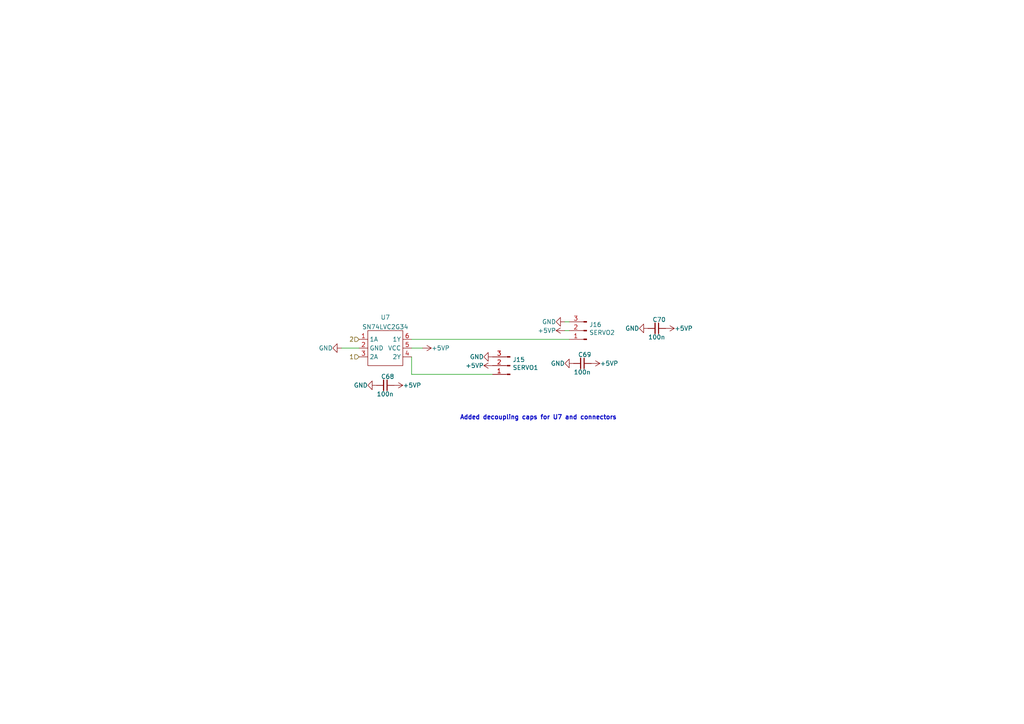
<source format=kicad_sch>
(kicad_sch (version 20211123) (generator eeschema)
  (paper "A4")
  (title_block (title "LumenPnP Motherboard") (date "2022-09-09") (rev "004A") (company "Opulo") (comment 1 "Reengineered by Magpie"))
  (lib_symbols
    (symbol "Connector:Conn_01x03_Male" (pin_names (offset 1.016) hide)
      (property "Reference" "J" (at 0 5.08 0))
      (property "Value" "Conn_01x03_Male" (at 0 -5.08 0))
      (symbol "Conn_01x03_Male_1_1"
        (polyline (pts (xy 1.27 -2.54) (xy 0.8636 -2.54)) (stroke (width 0.1524)))
        (polyline (pts (xy 1.27 0) (xy 0.8636 0)) (stroke (width 0.1524)))
        (polyline (pts (xy 1.27 2.54) (xy 0.8636 2.54)) (stroke (width 0.1524)))
        (rectangle (start 0.8636 -2.413) (end 0 -2.667) (stroke (width 0.1524)) (fill (type outline)))
        (rectangle (start 0.8636 0.127) (end 0 -0.127) (stroke (width 0.1524)) (fill (type outline)))
        (rectangle (start 0.8636 2.667) (end 0 2.413) (stroke (width 0.1524)) (fill (type outline)))
        (pin passive line (at 5.08 2.54 180) (length 3.81) (name "Pin_1") (number "1"))
        (pin passive line (at 5.08 0 180) (length 3.81) (name "Pin_2") (number "2"))
        (pin passive line (at 5.08 -2.54 180) (length 3.81) (name "Pin_3") (number "3"))
      )
    )
    (symbol "Device:C_Small" (pin_numbers hide) (pin_names (offset 0.254) hide)
      (property "Reference" "C" (at 0.254 1.778 0))
      (property "Value" "C_Small" (at 0.254 -2.032 0))
      (symbol "C_Small_0_1"
        (polyline (pts (xy -1.524 -0.508) (xy 1.524 -0.508)) (stroke (width 0.3302)))
        (polyline (pts (xy -1.524 0.508) (xy 1.524 0.508)) (stroke (width 0.3048)))
      )
      (symbol "C_Small_1_1"
        (pin passive line (at 0 2.54 270) (length 2.032) (name "~") (number "1"))
        (pin passive line (at 0 -2.54 90) (length 2.032) (name "~") (number "2"))
      )
    )
    (symbol "index:SN74LVC2G34"
      (property "Reference" "U" (at 0 -3.81 0))
      (property "Value" "SN74LVC2G34" (at 0 -1.27 0))
      (symbol "SN74LVC2G34_0_1"
        (rectangle (start -5.08 10.16) (end 5.08 0))
      )
      (symbol "SN74LVC2G34_1_1"
        (pin passive line (at -7.62 7.62 0) (length 2.54) (name "1A") (number "1"))
        (pin passive line (at -7.62 5.08 0) (length 2.54) (name "GND") (number "2"))
        (pin passive line (at -7.62 2.54 0) (length 2.54) (name "2A") (number "3"))
        (pin passive line (at 7.62 2.54 180) (length 2.54) (name "2Y") (number "4"))
        (pin passive line (at 7.62 5.08 180) (length 2.54) (name "VCC") (number "5"))
        (pin passive line (at 7.62 7.62 180) (length 2.54) (name "1Y") (number "6"))
      )
    )
    (symbol "power:+5VP" (power) (pin_names (offset 0))
      (property "Value" "+5VP" (at 0 3.556 0))
      (symbol "+5VP_0_1"
        (polyline (pts (xy -0.762 1.27) (xy 0 2.54)))
        (polyline (pts (xy 0 0) (xy 0 2.54)))
        (polyline (pts (xy 0 2.54) (xy 0.762 1.27)))
      )
      (symbol "+5VP_1_1"
        (pin power_in line (at 0 0 90) (length 0) hide (name "+5VP") (number "1"))
      )
    )
    (symbol "power:GND" (power) (pin_names (offset 0))
      (property "Value" "GND" (at 0 -3.81 0))
      (symbol "GND_0_1"
        (polyline (pts (xy 0 0) (xy 0 -1.27) (xy 1.27 -1.27) (xy 0 -2.54) (xy -1.27 -1.27) (xy 0 -1.27)))
      )
      (symbol "GND_1_1"
        (pin power_in line (at 0 0 270) (length 0) hide (name "GND") (number "1"))
      )
    )
  )
  (wire (pts (xy 119.38 108.585) (xy 142.875 108.585)))
  (wire (pts (xy 163.83 93.345) (xy 165.1 93.345)))
  (wire (pts (xy 119.38 108.585) (xy 119.38 103.505)))
  (wire (pts (xy 163.83 95.885) (xy 165.1 95.885)))
  (wire (pts (xy 119.38 100.965) (xy 122.555 100.965)))
  (wire (pts (xy 119.38 98.425) (xy 165.1 98.425)))
  (wire (pts (xy 99.06 100.965) (xy 104.14 100.965)))
  (text "Added decoupling caps for U7 and connectors" (at 133.35 121.92 0) (effects (font (size 1.27 1.27) (thickness 0.254) bold) (justify left bottom)))
  (hierarchical_label "1" (shape input) (at 104.14 103.505 180))
  (hierarchical_label "2" (shape input) (at 104.14 98.425 180))
  (symbol (lib_id "power:GND") (at 187.96 95.25 270) (unit 1)
    (property "Reference" "#PWR030" (effects hide))
    (property "Value" "GND" (at 185.42 95.25 90) (effects (justify right)))
  )
  (symbol (lib_id "power:+5VP") (at 142.875 106.045 90) (unit 1)
    (property "Reference" "#PWR0171" (effects hide))
    (property "Value" "+5VP" (at 140.335 106.045 90) (effects (justify left)))
  )
  (symbol (lib_id "power:+5VP") (at 171.45 105.41 270) (unit 1)
    (property "Reference" "#PWR029" (effects hide))
    (property "Value" "+5VP" (at 173.99 105.41 90) (effects (justify left)))
  )
  (symbol (lib_id "index:SN74LVC2G34") (at 111.76 106.045 0) (unit 1)
    (property "Reference" "U7" (at 111.76 92.0455 0))
    (property "Value" "SN74LVC2G34" (at 111.76 94.8206 0))
    (property "Footprint" "Package_TO_SOT_SMD:SOT-23-6" (effects hide))
    (property "Datasheet" "https://www.ti.com/cn/lit/ds/symlink/sn74lvc2g34.pdf?ts=1659406501708" (effects hide))
  )
  (symbol (lib_id "power:GND") (at 142.875 103.505 270) (unit 1)
    (property "Reference" "#PWR0170" (effects hide))
    (property "Value" "GND" (at 140.335 103.505 90) (effects (justify right)))
  )
  (symbol (lib_id "power:GND") (at 99.06 100.965 270) (unit 1)
    (property "Reference" "#PWR0137" (effects hide))
    (property "Value" "GND" (at 96.52 100.965 90) (effects (justify right)))
  )
  (symbol (lib_id "power:GND") (at 166.37 105.41 270) (unit 1)
    (property "Reference" "#PWR028" (effects hide))
    (property "Value" "GND" (at 163.83 105.41 90) (effects (justify right)))
  )
  (symbol (lib_id "power:GND") (at 109.22 111.76 270) (unit 1)
    (property "Reference" "#PWR026" (effects hide))
    (property "Value" "GND" (at 106.68 111.76 90) (effects (justify right)))
  )
  (symbol (lib_id "Device:C_Small") (at 168.91 105.41 270) (unit 1)
    (property "Reference" "C69" (at 167.64 102.87 90) (effects (justify left)))
    (property "Value" "100n" (at 166.37 107.95 90) (effects (justify left)))
    (property "Footprint" "Capacitor_SMD:C_0805_2012Metric" (effects hide))
    (property "Digikey" "1276-1180-1-ND" (effects hide))
    (property "JLCPCB" "C49678" (effects hide))
    (property "LCSC" "C360619" (effects hide))
    (property "Mouser" "581-08055C104K" (effects hide))
  )
  (symbol (lib_id "power:GND") (at 163.83 93.345 270) (unit 1)
    (property "Reference" "#PWR0172" (effects hide))
    (property "Value" "GND" (at 161.29 93.345 90) (effects (justify right)))
  )
  (symbol (lib_id "power:+5VP") (at 114.3 111.76 270) (unit 1)
    (property "Reference" "#PWR027" (effects hide))
    (property "Value" "+5VP" (at 116.84 111.76 90) (effects (justify left)))
  )
  (symbol (lib_id "power:+5VP") (at 163.83 95.885 90) (unit 1)
    (property "Reference" "#PWR0173" (effects hide))
    (property "Value" "+5VP" (at 161.29 95.885 90) (effects (justify left)))
  )
  (symbol (lib_id "Connector:Conn_01x03_Male") (at 147.955 106.045 180) (unit 1)
    (property "Reference" "J15" (at 148.6662 104.3178 0) (effects (justify right)))
    (property "Value" "SERVO1" (at 148.6662 106.6292 0) (effects (justify right)))
    (property "Footprint" "Connector_JST:JST_XH_B3B-XH-A_1x03_P2.50mm_Vertical" (effects hide))
    (property "LCSC" "C2316" (effects hide))
    (property "JLCPCB" "C2316" (effects hide))
    (property "Digikey" "455-2248-ND" (effects hide))
  )
  (symbol (lib_id "power:+5VP") (at 122.555 100.965 270) (unit 1)
    (property "Reference" "#PWR0134" (effects hide))
    (property "Value" "+5VP" (at 125.095 100.965 90) (effects (justify left)))
  )
  (symbol (lib_id "Device:C_Small") (at 111.76 111.76 270) (unit 1)
    (property "Reference" "C68" (at 110.49 109.22 90) (effects (justify left)))
    (property "Value" "100n" (at 109.22 114.3 90) (effects (justify left)))
    (property "Footprint" "Capacitor_SMD:C_0805_2012Metric" (effects hide))
    (property "Digikey" "1276-1180-1-ND" (effects hide))
    (property "JLCPCB" "C49678" (effects hide))
    (property "LCSC" "C360619" (effects hide))
    (property "Mouser" "581-08055C104K" (effects hide))
  )
  (symbol (lib_id "Connector:Conn_01x03_Male") (at 170.18 95.885 180) (unit 1)
    (property "Reference" "J16" (at 170.8912 94.1578 0) (effects (justify right)))
    (property "Value" "SERVO2" (at 170.8912 96.4692 0) (effects (justify right)))
    (property "Footprint" "Connector_JST:JST_XH_B3B-XH-A_1x03_P2.50mm_Vertical" (effects hide))
    (property "LCSC" "C2316" (effects hide))
    (property "JLCPCB" "C2316" (effects hide))
    (property "Digikey" "455-2248-ND" (effects hide))
  )
  (symbol (lib_id "power:+5VP") (at 193.04 95.25 270) (unit 1)
    (property "Reference" "#PWR031" (effects hide))
    (property "Value" "+5VP" (at 195.58 95.25 90) (effects (justify left)))
  )
  (symbol (lib_id "Device:C_Small") (at 190.5 95.25 270) (unit 1)
    (property "Reference" "C70" (at 189.23 92.71 90) (effects (justify left)))
    (property "Value" "100n" (at 187.96 97.79 90) (effects (justify left)))
    (property "Footprint" "Capacitor_SMD:C_0805_2012Metric" (effects hide))
    (property "Digikey" "1276-1180-1-ND" (effects hide))
    (property "JLCPCB" "C49678" (effects hide))
    (property "LCSC" "C360619" (effects hide))
    (property "Mouser" "581-08055C104K" (effects hide))
  )
)
</source>
